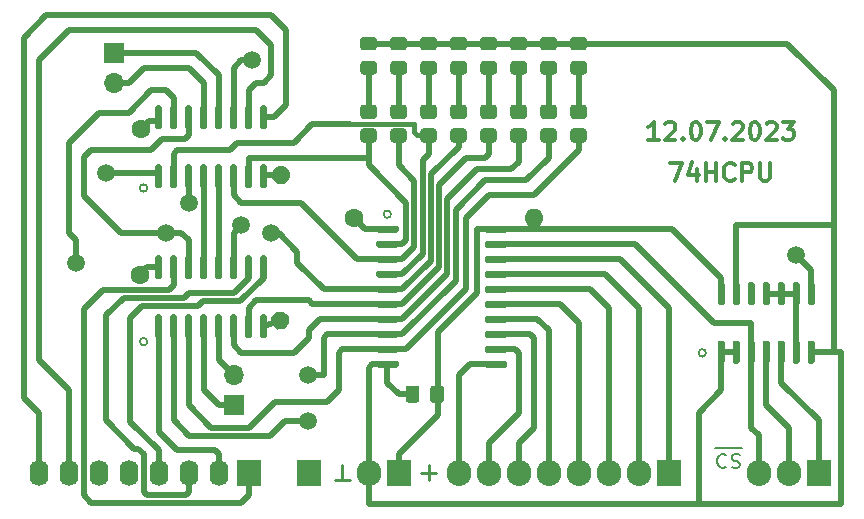
<source format=gbr>
G04 #@! TF.GenerationSoftware,KiCad,Pcbnew,(5.1.8)-1*
G04 #@! TF.CreationDate,2023-07-12T23:01:09+03:00*
G04 #@! TF.ProjectId,Reg,5265672e-6b69-4636-9164-5f7063625858,rev?*
G04 #@! TF.SameCoordinates,Original*
G04 #@! TF.FileFunction,Copper,L1,Top*
G04 #@! TF.FilePolarity,Positive*
%FSLAX46Y46*%
G04 Gerber Fmt 4.6, Leading zero omitted, Abs format (unit mm)*
G04 Created by KiCad (PCBNEW (5.1.8)-1) date 2023-07-12 23:01:09*
%MOMM*%
%LPD*%
G01*
G04 APERTURE LIST*
G04 #@! TA.AperFunction,NonConductor*
%ADD10C,0.200000*%
G04 #@! TD*
G04 #@! TA.AperFunction,NonConductor*
%ADD11C,0.300000*%
G04 #@! TD*
G04 #@! TA.AperFunction,ComponentPad*
%ADD12O,1.600000X1.600000*%
G04 #@! TD*
G04 #@! TA.AperFunction,ComponentPad*
%ADD13C,1.600000*%
G04 #@! TD*
G04 #@! TA.AperFunction,ComponentPad*
%ADD14R,2.100000X2.200000*%
G04 #@! TD*
G04 #@! TA.AperFunction,ComponentPad*
%ADD15O,1.600000X2.200000*%
G04 #@! TD*
G04 #@! TA.AperFunction,ComponentPad*
%ADD16O,2.100000X2.200000*%
G04 #@! TD*
G04 #@! TA.AperFunction,ComponentPad*
%ADD17O,1.700000X1.700000*%
G04 #@! TD*
G04 #@! TA.AperFunction,ComponentPad*
%ADD18R,1.700000X1.700000*%
G04 #@! TD*
G04 #@! TA.AperFunction,ViaPad*
%ADD19C,1.500000*%
G04 #@! TD*
G04 #@! TA.AperFunction,Conductor*
%ADD20C,0.250000*%
G04 #@! TD*
G04 #@! TA.AperFunction,Conductor*
%ADD21C,0.500000*%
G04 #@! TD*
G04 #@! TA.AperFunction,Conductor*
%ADD22C,0.400000*%
G04 #@! TD*
G04 APERTURE END LIST*
D10*
X62547500Y-42227500D02*
G75*
G03*
X62547500Y-42227500I-317500J0D01*
G01*
X110588571Y-51263500D02*
X111788571Y-51263500D01*
X111560000Y-52816071D02*
X111502857Y-52873214D01*
X111331428Y-52930357D01*
X111217142Y-52930357D01*
X111045714Y-52873214D01*
X110931428Y-52758928D01*
X110874285Y-52644642D01*
X110817142Y-52416071D01*
X110817142Y-52244642D01*
X110874285Y-52016071D01*
X110931428Y-51901785D01*
X111045714Y-51787500D01*
X111217142Y-51730357D01*
X111331428Y-51730357D01*
X111502857Y-51787500D01*
X111560000Y-51844642D01*
X111788571Y-51263500D02*
X112931428Y-51263500D01*
X112017142Y-52873214D02*
X112188571Y-52930357D01*
X112474285Y-52930357D01*
X112588571Y-52873214D01*
X112645714Y-52816071D01*
X112702857Y-52701785D01*
X112702857Y-52587500D01*
X112645714Y-52473214D01*
X112588571Y-52416071D01*
X112474285Y-52358928D01*
X112245714Y-52301785D01*
X112131428Y-52244642D01*
X112074285Y-52187500D01*
X112017142Y-52073214D01*
X112017142Y-51958928D01*
X112074285Y-51844642D01*
X112131428Y-51787500D01*
X112245714Y-51730357D01*
X112531428Y-51730357D01*
X112702857Y-51787500D01*
X83185000Y-31432500D02*
G75*
G03*
X83185000Y-31432500I-317500J0D01*
G01*
D11*
X105839285Y-25126071D02*
X104982142Y-25126071D01*
X105410714Y-25126071D02*
X105410714Y-23626071D01*
X105267857Y-23840357D01*
X105125000Y-23983214D01*
X104982142Y-24054642D01*
X106410714Y-23768928D02*
X106482142Y-23697500D01*
X106625000Y-23626071D01*
X106982142Y-23626071D01*
X107125000Y-23697500D01*
X107196428Y-23768928D01*
X107267857Y-23911785D01*
X107267857Y-24054642D01*
X107196428Y-24268928D01*
X106339285Y-25126071D01*
X107267857Y-25126071D01*
X107910714Y-24983214D02*
X107982142Y-25054642D01*
X107910714Y-25126071D01*
X107839285Y-25054642D01*
X107910714Y-24983214D01*
X107910714Y-25126071D01*
X108910714Y-23626071D02*
X109053571Y-23626071D01*
X109196428Y-23697500D01*
X109267857Y-23768928D01*
X109339285Y-23911785D01*
X109410714Y-24197500D01*
X109410714Y-24554642D01*
X109339285Y-24840357D01*
X109267857Y-24983214D01*
X109196428Y-25054642D01*
X109053571Y-25126071D01*
X108910714Y-25126071D01*
X108767857Y-25054642D01*
X108696428Y-24983214D01*
X108625000Y-24840357D01*
X108553571Y-24554642D01*
X108553571Y-24197500D01*
X108625000Y-23911785D01*
X108696428Y-23768928D01*
X108767857Y-23697500D01*
X108910714Y-23626071D01*
X109910714Y-23626071D02*
X110910714Y-23626071D01*
X110267857Y-25126071D01*
X111482142Y-24983214D02*
X111553571Y-25054642D01*
X111482142Y-25126071D01*
X111410714Y-25054642D01*
X111482142Y-24983214D01*
X111482142Y-25126071D01*
X112125000Y-23768928D02*
X112196428Y-23697500D01*
X112339285Y-23626071D01*
X112696428Y-23626071D01*
X112839285Y-23697500D01*
X112910714Y-23768928D01*
X112982142Y-23911785D01*
X112982142Y-24054642D01*
X112910714Y-24268928D01*
X112053571Y-25126071D01*
X112982142Y-25126071D01*
X113910714Y-23626071D02*
X114053571Y-23626071D01*
X114196428Y-23697500D01*
X114267857Y-23768928D01*
X114339285Y-23911785D01*
X114410714Y-24197500D01*
X114410714Y-24554642D01*
X114339285Y-24840357D01*
X114267857Y-24983214D01*
X114196428Y-25054642D01*
X114053571Y-25126071D01*
X113910714Y-25126071D01*
X113767857Y-25054642D01*
X113696428Y-24983214D01*
X113625000Y-24840357D01*
X113553571Y-24554642D01*
X113553571Y-24197500D01*
X113625000Y-23911785D01*
X113696428Y-23768928D01*
X113767857Y-23697500D01*
X113910714Y-23626071D01*
X114982142Y-23768928D02*
X115053571Y-23697500D01*
X115196428Y-23626071D01*
X115553571Y-23626071D01*
X115696428Y-23697500D01*
X115767857Y-23768928D01*
X115839285Y-23911785D01*
X115839285Y-24054642D01*
X115767857Y-24268928D01*
X114910714Y-25126071D01*
X115839285Y-25126071D01*
X116339285Y-23626071D02*
X117267857Y-23626071D01*
X116767857Y-24197500D01*
X116982142Y-24197500D01*
X117125000Y-24268928D01*
X117196428Y-24340357D01*
X117267857Y-24483214D01*
X117267857Y-24840357D01*
X117196428Y-24983214D01*
X117125000Y-25054642D01*
X116982142Y-25126071D01*
X116553571Y-25126071D01*
X116410714Y-25054642D01*
X116339285Y-24983214D01*
X106839285Y-27118571D02*
X107839285Y-27118571D01*
X107196428Y-28618571D01*
X109053571Y-27618571D02*
X109053571Y-28618571D01*
X108696428Y-27047142D02*
X108339285Y-28118571D01*
X109267857Y-28118571D01*
X109839285Y-28618571D02*
X109839285Y-27118571D01*
X109839285Y-27832857D02*
X110696428Y-27832857D01*
X110696428Y-28618571D02*
X110696428Y-27118571D01*
X112267857Y-28475714D02*
X112196428Y-28547142D01*
X111982142Y-28618571D01*
X111839285Y-28618571D01*
X111625000Y-28547142D01*
X111482142Y-28404285D01*
X111410714Y-28261428D01*
X111339285Y-27975714D01*
X111339285Y-27761428D01*
X111410714Y-27475714D01*
X111482142Y-27332857D01*
X111625000Y-27190000D01*
X111839285Y-27118571D01*
X111982142Y-27118571D01*
X112196428Y-27190000D01*
X112267857Y-27261428D01*
X112910714Y-28618571D02*
X112910714Y-27118571D01*
X113482142Y-27118571D01*
X113625000Y-27190000D01*
X113696428Y-27261428D01*
X113767857Y-27404285D01*
X113767857Y-27618571D01*
X113696428Y-27761428D01*
X113625000Y-27832857D01*
X113482142Y-27904285D01*
X112910714Y-27904285D01*
X114410714Y-27118571D02*
X114410714Y-28332857D01*
X114482142Y-28475714D01*
X114553571Y-28547142D01*
X114696428Y-28618571D01*
X114982142Y-28618571D01*
X115125000Y-28547142D01*
X115196428Y-28475714D01*
X115267857Y-28332857D01*
X115267857Y-27118571D01*
D10*
X109855000Y-43180000D02*
G75*
G03*
X109855000Y-43180000I-317500J0D01*
G01*
X62547500Y-29210000D02*
G75*
G03*
X62547500Y-29210000I-317500J0D01*
G01*
D12*
X95250000Y-31750000D03*
D13*
X80010000Y-31750000D03*
G04 #@! TA.AperFunction,ComponentPad*
G36*
G01*
X73039861Y-40191498D02*
X73039861Y-40191498D01*
G75*
G02*
X74047920Y-39677867I760845J-247214D01*
G01*
X74047920Y-39677867D01*
G75*
G02*
X74561551Y-40685926I-247214J-760845D01*
G01*
X74561551Y-40685926D01*
G75*
G02*
X73553492Y-41199557I-760845J247214D01*
G01*
X73553492Y-41199557D01*
G75*
G02*
X73039861Y-40191498I247214J760845D01*
G01*
G37*
G04 #@! TD.AperFunction*
X61912500Y-36576000D03*
G04 #@! TA.AperFunction,ComponentPad*
G36*
G01*
X73103361Y-27872498D02*
X73103361Y-27872498D01*
G75*
G02*
X74111420Y-27358867I760845J-247214D01*
G01*
X74111420Y-27358867D01*
G75*
G02*
X74625051Y-28366926I-247214J-760845D01*
G01*
X74625051Y-28366926D01*
G75*
G02*
X73616992Y-28880557I-760845J247214D01*
G01*
X73616992Y-28880557D01*
G75*
G02*
X73103361Y-27872498I247214J760845D01*
G01*
G37*
G04 #@! TD.AperFunction*
X61976000Y-24257000D03*
G04 #@! TA.AperFunction,SMDPad,CuDef*
G36*
G01*
X63650000Y-24217500D02*
X63350000Y-24217500D01*
G75*
G02*
X63200000Y-24067500I0J150000D01*
G01*
X63200000Y-22367500D01*
G75*
G02*
X63350000Y-22217500I150000J0D01*
G01*
X63650000Y-22217500D01*
G75*
G02*
X63800000Y-22367500I0J-150000D01*
G01*
X63800000Y-24067500D01*
G75*
G02*
X63650000Y-24217500I-150000J0D01*
G01*
G37*
G04 #@! TD.AperFunction*
G04 #@! TA.AperFunction,SMDPad,CuDef*
G36*
G01*
X64920000Y-24217500D02*
X64620000Y-24217500D01*
G75*
G02*
X64470000Y-24067500I0J150000D01*
G01*
X64470000Y-22367500D01*
G75*
G02*
X64620000Y-22217500I150000J0D01*
G01*
X64920000Y-22217500D01*
G75*
G02*
X65070000Y-22367500I0J-150000D01*
G01*
X65070000Y-24067500D01*
G75*
G02*
X64920000Y-24217500I-150000J0D01*
G01*
G37*
G04 #@! TD.AperFunction*
G04 #@! TA.AperFunction,SMDPad,CuDef*
G36*
G01*
X66190000Y-24217500D02*
X65890000Y-24217500D01*
G75*
G02*
X65740000Y-24067500I0J150000D01*
G01*
X65740000Y-22367500D01*
G75*
G02*
X65890000Y-22217500I150000J0D01*
G01*
X66190000Y-22217500D01*
G75*
G02*
X66340000Y-22367500I0J-150000D01*
G01*
X66340000Y-24067500D01*
G75*
G02*
X66190000Y-24217500I-150000J0D01*
G01*
G37*
G04 #@! TD.AperFunction*
G04 #@! TA.AperFunction,SMDPad,CuDef*
G36*
G01*
X67460000Y-24217500D02*
X67160000Y-24217500D01*
G75*
G02*
X67010000Y-24067500I0J150000D01*
G01*
X67010000Y-22367500D01*
G75*
G02*
X67160000Y-22217500I150000J0D01*
G01*
X67460000Y-22217500D01*
G75*
G02*
X67610000Y-22367500I0J-150000D01*
G01*
X67610000Y-24067500D01*
G75*
G02*
X67460000Y-24217500I-150000J0D01*
G01*
G37*
G04 #@! TD.AperFunction*
G04 #@! TA.AperFunction,SMDPad,CuDef*
G36*
G01*
X68730000Y-24217500D02*
X68430000Y-24217500D01*
G75*
G02*
X68280000Y-24067500I0J150000D01*
G01*
X68280000Y-22367500D01*
G75*
G02*
X68430000Y-22217500I150000J0D01*
G01*
X68730000Y-22217500D01*
G75*
G02*
X68880000Y-22367500I0J-150000D01*
G01*
X68880000Y-24067500D01*
G75*
G02*
X68730000Y-24217500I-150000J0D01*
G01*
G37*
G04 #@! TD.AperFunction*
G04 #@! TA.AperFunction,SMDPad,CuDef*
G36*
G01*
X70000000Y-24217500D02*
X69700000Y-24217500D01*
G75*
G02*
X69550000Y-24067500I0J150000D01*
G01*
X69550000Y-22367500D01*
G75*
G02*
X69700000Y-22217500I150000J0D01*
G01*
X70000000Y-22217500D01*
G75*
G02*
X70150000Y-22367500I0J-150000D01*
G01*
X70150000Y-24067500D01*
G75*
G02*
X70000000Y-24217500I-150000J0D01*
G01*
G37*
G04 #@! TD.AperFunction*
G04 #@! TA.AperFunction,SMDPad,CuDef*
G36*
G01*
X71270000Y-24217500D02*
X70970000Y-24217500D01*
G75*
G02*
X70820000Y-24067500I0J150000D01*
G01*
X70820000Y-22367500D01*
G75*
G02*
X70970000Y-22217500I150000J0D01*
G01*
X71270000Y-22217500D01*
G75*
G02*
X71420000Y-22367500I0J-150000D01*
G01*
X71420000Y-24067500D01*
G75*
G02*
X71270000Y-24217500I-150000J0D01*
G01*
G37*
G04 #@! TD.AperFunction*
G04 #@! TA.AperFunction,SMDPad,CuDef*
G36*
G01*
X72540000Y-24217500D02*
X72240000Y-24217500D01*
G75*
G02*
X72090000Y-24067500I0J150000D01*
G01*
X72090000Y-22367500D01*
G75*
G02*
X72240000Y-22217500I150000J0D01*
G01*
X72540000Y-22217500D01*
G75*
G02*
X72690000Y-22367500I0J-150000D01*
G01*
X72690000Y-24067500D01*
G75*
G02*
X72540000Y-24217500I-150000J0D01*
G01*
G37*
G04 #@! TD.AperFunction*
G04 #@! TA.AperFunction,SMDPad,CuDef*
G36*
G01*
X72540000Y-29217500D02*
X72240000Y-29217500D01*
G75*
G02*
X72090000Y-29067500I0J150000D01*
G01*
X72090000Y-27367500D01*
G75*
G02*
X72240000Y-27217500I150000J0D01*
G01*
X72540000Y-27217500D01*
G75*
G02*
X72690000Y-27367500I0J-150000D01*
G01*
X72690000Y-29067500D01*
G75*
G02*
X72540000Y-29217500I-150000J0D01*
G01*
G37*
G04 #@! TD.AperFunction*
G04 #@! TA.AperFunction,SMDPad,CuDef*
G36*
G01*
X71270000Y-29217500D02*
X70970000Y-29217500D01*
G75*
G02*
X70820000Y-29067500I0J150000D01*
G01*
X70820000Y-27367500D01*
G75*
G02*
X70970000Y-27217500I150000J0D01*
G01*
X71270000Y-27217500D01*
G75*
G02*
X71420000Y-27367500I0J-150000D01*
G01*
X71420000Y-29067500D01*
G75*
G02*
X71270000Y-29217500I-150000J0D01*
G01*
G37*
G04 #@! TD.AperFunction*
G04 #@! TA.AperFunction,SMDPad,CuDef*
G36*
G01*
X70000000Y-29217500D02*
X69700000Y-29217500D01*
G75*
G02*
X69550000Y-29067500I0J150000D01*
G01*
X69550000Y-27367500D01*
G75*
G02*
X69700000Y-27217500I150000J0D01*
G01*
X70000000Y-27217500D01*
G75*
G02*
X70150000Y-27367500I0J-150000D01*
G01*
X70150000Y-29067500D01*
G75*
G02*
X70000000Y-29217500I-150000J0D01*
G01*
G37*
G04 #@! TD.AperFunction*
G04 #@! TA.AperFunction,SMDPad,CuDef*
G36*
G01*
X68730000Y-29217500D02*
X68430000Y-29217500D01*
G75*
G02*
X68280000Y-29067500I0J150000D01*
G01*
X68280000Y-27367500D01*
G75*
G02*
X68430000Y-27217500I150000J0D01*
G01*
X68730000Y-27217500D01*
G75*
G02*
X68880000Y-27367500I0J-150000D01*
G01*
X68880000Y-29067500D01*
G75*
G02*
X68730000Y-29217500I-150000J0D01*
G01*
G37*
G04 #@! TD.AperFunction*
G04 #@! TA.AperFunction,SMDPad,CuDef*
G36*
G01*
X67460000Y-29217500D02*
X67160000Y-29217500D01*
G75*
G02*
X67010000Y-29067500I0J150000D01*
G01*
X67010000Y-27367500D01*
G75*
G02*
X67160000Y-27217500I150000J0D01*
G01*
X67460000Y-27217500D01*
G75*
G02*
X67610000Y-27367500I0J-150000D01*
G01*
X67610000Y-29067500D01*
G75*
G02*
X67460000Y-29217500I-150000J0D01*
G01*
G37*
G04 #@! TD.AperFunction*
G04 #@! TA.AperFunction,SMDPad,CuDef*
G36*
G01*
X66190000Y-29217500D02*
X65890000Y-29217500D01*
G75*
G02*
X65740000Y-29067500I0J150000D01*
G01*
X65740000Y-27367500D01*
G75*
G02*
X65890000Y-27217500I150000J0D01*
G01*
X66190000Y-27217500D01*
G75*
G02*
X66340000Y-27367500I0J-150000D01*
G01*
X66340000Y-29067500D01*
G75*
G02*
X66190000Y-29217500I-150000J0D01*
G01*
G37*
G04 #@! TD.AperFunction*
G04 #@! TA.AperFunction,SMDPad,CuDef*
G36*
G01*
X64920000Y-29217500D02*
X64620000Y-29217500D01*
G75*
G02*
X64470000Y-29067500I0J150000D01*
G01*
X64470000Y-27367500D01*
G75*
G02*
X64620000Y-27217500I150000J0D01*
G01*
X64920000Y-27217500D01*
G75*
G02*
X65070000Y-27367500I0J-150000D01*
G01*
X65070000Y-29067500D01*
G75*
G02*
X64920000Y-29217500I-150000J0D01*
G01*
G37*
G04 #@! TD.AperFunction*
G04 #@! TA.AperFunction,SMDPad,CuDef*
G36*
G01*
X63650000Y-29217500D02*
X63350000Y-29217500D01*
G75*
G02*
X63200000Y-29067500I0J150000D01*
G01*
X63200000Y-27367500D01*
G75*
G02*
X63350000Y-27217500I150000J0D01*
G01*
X63650000Y-27217500D01*
G75*
G02*
X63800000Y-27367500I0J-150000D01*
G01*
X63800000Y-29067500D01*
G75*
G02*
X63650000Y-29217500I-150000J0D01*
G01*
G37*
G04 #@! TD.AperFunction*
G04 #@! TA.AperFunction,SMDPad,CuDef*
G36*
G01*
X63650000Y-36917500D02*
X63350000Y-36917500D01*
G75*
G02*
X63200000Y-36767500I0J150000D01*
G01*
X63200000Y-35067500D01*
G75*
G02*
X63350000Y-34917500I150000J0D01*
G01*
X63650000Y-34917500D01*
G75*
G02*
X63800000Y-35067500I0J-150000D01*
G01*
X63800000Y-36767500D01*
G75*
G02*
X63650000Y-36917500I-150000J0D01*
G01*
G37*
G04 #@! TD.AperFunction*
G04 #@! TA.AperFunction,SMDPad,CuDef*
G36*
G01*
X64920000Y-36917500D02*
X64620000Y-36917500D01*
G75*
G02*
X64470000Y-36767500I0J150000D01*
G01*
X64470000Y-35067500D01*
G75*
G02*
X64620000Y-34917500I150000J0D01*
G01*
X64920000Y-34917500D01*
G75*
G02*
X65070000Y-35067500I0J-150000D01*
G01*
X65070000Y-36767500D01*
G75*
G02*
X64920000Y-36917500I-150000J0D01*
G01*
G37*
G04 #@! TD.AperFunction*
G04 #@! TA.AperFunction,SMDPad,CuDef*
G36*
G01*
X66190000Y-36917500D02*
X65890000Y-36917500D01*
G75*
G02*
X65740000Y-36767500I0J150000D01*
G01*
X65740000Y-35067500D01*
G75*
G02*
X65890000Y-34917500I150000J0D01*
G01*
X66190000Y-34917500D01*
G75*
G02*
X66340000Y-35067500I0J-150000D01*
G01*
X66340000Y-36767500D01*
G75*
G02*
X66190000Y-36917500I-150000J0D01*
G01*
G37*
G04 #@! TD.AperFunction*
G04 #@! TA.AperFunction,SMDPad,CuDef*
G36*
G01*
X67460000Y-36917500D02*
X67160000Y-36917500D01*
G75*
G02*
X67010000Y-36767500I0J150000D01*
G01*
X67010000Y-35067500D01*
G75*
G02*
X67160000Y-34917500I150000J0D01*
G01*
X67460000Y-34917500D01*
G75*
G02*
X67610000Y-35067500I0J-150000D01*
G01*
X67610000Y-36767500D01*
G75*
G02*
X67460000Y-36917500I-150000J0D01*
G01*
G37*
G04 #@! TD.AperFunction*
G04 #@! TA.AperFunction,SMDPad,CuDef*
G36*
G01*
X68730000Y-36917500D02*
X68430000Y-36917500D01*
G75*
G02*
X68280000Y-36767500I0J150000D01*
G01*
X68280000Y-35067500D01*
G75*
G02*
X68430000Y-34917500I150000J0D01*
G01*
X68730000Y-34917500D01*
G75*
G02*
X68880000Y-35067500I0J-150000D01*
G01*
X68880000Y-36767500D01*
G75*
G02*
X68730000Y-36917500I-150000J0D01*
G01*
G37*
G04 #@! TD.AperFunction*
G04 #@! TA.AperFunction,SMDPad,CuDef*
G36*
G01*
X70000000Y-36917500D02*
X69700000Y-36917500D01*
G75*
G02*
X69550000Y-36767500I0J150000D01*
G01*
X69550000Y-35067500D01*
G75*
G02*
X69700000Y-34917500I150000J0D01*
G01*
X70000000Y-34917500D01*
G75*
G02*
X70150000Y-35067500I0J-150000D01*
G01*
X70150000Y-36767500D01*
G75*
G02*
X70000000Y-36917500I-150000J0D01*
G01*
G37*
G04 #@! TD.AperFunction*
G04 #@! TA.AperFunction,SMDPad,CuDef*
G36*
G01*
X71270000Y-36917500D02*
X70970000Y-36917500D01*
G75*
G02*
X70820000Y-36767500I0J150000D01*
G01*
X70820000Y-35067500D01*
G75*
G02*
X70970000Y-34917500I150000J0D01*
G01*
X71270000Y-34917500D01*
G75*
G02*
X71420000Y-35067500I0J-150000D01*
G01*
X71420000Y-36767500D01*
G75*
G02*
X71270000Y-36917500I-150000J0D01*
G01*
G37*
G04 #@! TD.AperFunction*
G04 #@! TA.AperFunction,SMDPad,CuDef*
G36*
G01*
X72540000Y-36917500D02*
X72240000Y-36917500D01*
G75*
G02*
X72090000Y-36767500I0J150000D01*
G01*
X72090000Y-35067500D01*
G75*
G02*
X72240000Y-34917500I150000J0D01*
G01*
X72540000Y-34917500D01*
G75*
G02*
X72690000Y-35067500I0J-150000D01*
G01*
X72690000Y-36767500D01*
G75*
G02*
X72540000Y-36917500I-150000J0D01*
G01*
G37*
G04 #@! TD.AperFunction*
G04 #@! TA.AperFunction,SMDPad,CuDef*
G36*
G01*
X72540000Y-41917500D02*
X72240000Y-41917500D01*
G75*
G02*
X72090000Y-41767500I0J150000D01*
G01*
X72090000Y-40067500D01*
G75*
G02*
X72240000Y-39917500I150000J0D01*
G01*
X72540000Y-39917500D01*
G75*
G02*
X72690000Y-40067500I0J-150000D01*
G01*
X72690000Y-41767500D01*
G75*
G02*
X72540000Y-41917500I-150000J0D01*
G01*
G37*
G04 #@! TD.AperFunction*
G04 #@! TA.AperFunction,SMDPad,CuDef*
G36*
G01*
X71270000Y-41917500D02*
X70970000Y-41917500D01*
G75*
G02*
X70820000Y-41767500I0J150000D01*
G01*
X70820000Y-40067500D01*
G75*
G02*
X70970000Y-39917500I150000J0D01*
G01*
X71270000Y-39917500D01*
G75*
G02*
X71420000Y-40067500I0J-150000D01*
G01*
X71420000Y-41767500D01*
G75*
G02*
X71270000Y-41917500I-150000J0D01*
G01*
G37*
G04 #@! TD.AperFunction*
G04 #@! TA.AperFunction,SMDPad,CuDef*
G36*
G01*
X70000000Y-41917500D02*
X69700000Y-41917500D01*
G75*
G02*
X69550000Y-41767500I0J150000D01*
G01*
X69550000Y-40067500D01*
G75*
G02*
X69700000Y-39917500I150000J0D01*
G01*
X70000000Y-39917500D01*
G75*
G02*
X70150000Y-40067500I0J-150000D01*
G01*
X70150000Y-41767500D01*
G75*
G02*
X70000000Y-41917500I-150000J0D01*
G01*
G37*
G04 #@! TD.AperFunction*
G04 #@! TA.AperFunction,SMDPad,CuDef*
G36*
G01*
X68730000Y-41917500D02*
X68430000Y-41917500D01*
G75*
G02*
X68280000Y-41767500I0J150000D01*
G01*
X68280000Y-40067500D01*
G75*
G02*
X68430000Y-39917500I150000J0D01*
G01*
X68730000Y-39917500D01*
G75*
G02*
X68880000Y-40067500I0J-150000D01*
G01*
X68880000Y-41767500D01*
G75*
G02*
X68730000Y-41917500I-150000J0D01*
G01*
G37*
G04 #@! TD.AperFunction*
G04 #@! TA.AperFunction,SMDPad,CuDef*
G36*
G01*
X67460000Y-41917500D02*
X67160000Y-41917500D01*
G75*
G02*
X67010000Y-41767500I0J150000D01*
G01*
X67010000Y-40067500D01*
G75*
G02*
X67160000Y-39917500I150000J0D01*
G01*
X67460000Y-39917500D01*
G75*
G02*
X67610000Y-40067500I0J-150000D01*
G01*
X67610000Y-41767500D01*
G75*
G02*
X67460000Y-41917500I-150000J0D01*
G01*
G37*
G04 #@! TD.AperFunction*
G04 #@! TA.AperFunction,SMDPad,CuDef*
G36*
G01*
X66190000Y-41917500D02*
X65890000Y-41917500D01*
G75*
G02*
X65740000Y-41767500I0J150000D01*
G01*
X65740000Y-40067500D01*
G75*
G02*
X65890000Y-39917500I150000J0D01*
G01*
X66190000Y-39917500D01*
G75*
G02*
X66340000Y-40067500I0J-150000D01*
G01*
X66340000Y-41767500D01*
G75*
G02*
X66190000Y-41917500I-150000J0D01*
G01*
G37*
G04 #@! TD.AperFunction*
G04 #@! TA.AperFunction,SMDPad,CuDef*
G36*
G01*
X64920000Y-41917500D02*
X64620000Y-41917500D01*
G75*
G02*
X64470000Y-41767500I0J150000D01*
G01*
X64470000Y-40067500D01*
G75*
G02*
X64620000Y-39917500I150000J0D01*
G01*
X64920000Y-39917500D01*
G75*
G02*
X65070000Y-40067500I0J-150000D01*
G01*
X65070000Y-41767500D01*
G75*
G02*
X64920000Y-41917500I-150000J0D01*
G01*
G37*
G04 #@! TD.AperFunction*
G04 #@! TA.AperFunction,SMDPad,CuDef*
G36*
G01*
X63650000Y-41917500D02*
X63350000Y-41917500D01*
G75*
G02*
X63200000Y-41767500I0J150000D01*
G01*
X63200000Y-40067500D01*
G75*
G02*
X63350000Y-39917500I150000J0D01*
G01*
X63650000Y-39917500D01*
G75*
G02*
X63800000Y-40067500I0J-150000D01*
G01*
X63800000Y-41767500D01*
G75*
G02*
X63650000Y-41917500I-150000J0D01*
G01*
G37*
G04 #@! TD.AperFunction*
G04 #@! TA.AperFunction,SMDPad,CuDef*
G36*
G01*
X85592500Y-46197500D02*
X85592500Y-47147500D01*
G75*
G02*
X85342500Y-47397500I-250000J0D01*
G01*
X84667500Y-47397500D01*
G75*
G02*
X84417500Y-47147500I0J250000D01*
G01*
X84417500Y-46197500D01*
G75*
G02*
X84667500Y-45947500I250000J0D01*
G01*
X85342500Y-45947500D01*
G75*
G02*
X85592500Y-46197500I0J-250000D01*
G01*
G37*
G04 #@! TD.AperFunction*
G04 #@! TA.AperFunction,SMDPad,CuDef*
G36*
G01*
X87667500Y-46197500D02*
X87667500Y-47147500D01*
G75*
G02*
X87417500Y-47397500I-250000J0D01*
G01*
X86742500Y-47397500D01*
G75*
G02*
X86492500Y-47147500I0J250000D01*
G01*
X86492500Y-46197500D01*
G75*
G02*
X86742500Y-45947500I250000J0D01*
G01*
X87417500Y-45947500D01*
G75*
G02*
X87667500Y-46197500I0J-250000D01*
G01*
G37*
G04 #@! TD.AperFunction*
G04 #@! TA.AperFunction,SMDPad,CuDef*
G36*
G01*
X99510001Y-23365000D02*
X98609999Y-23365000D01*
G75*
G02*
X98360000Y-23115001I0J249999D01*
G01*
X98360000Y-22414999D01*
G75*
G02*
X98609999Y-22165000I249999J0D01*
G01*
X99510001Y-22165000D01*
G75*
G02*
X99760000Y-22414999I0J-249999D01*
G01*
X99760000Y-23115001D01*
G75*
G02*
X99510001Y-23365000I-249999J0D01*
G01*
G37*
G04 #@! TD.AperFunction*
G04 #@! TA.AperFunction,SMDPad,CuDef*
G36*
G01*
X99510001Y-25365000D02*
X98609999Y-25365000D01*
G75*
G02*
X98360000Y-25115001I0J249999D01*
G01*
X98360000Y-24414999D01*
G75*
G02*
X98609999Y-24165000I249999J0D01*
G01*
X99510001Y-24165000D01*
G75*
G02*
X99760000Y-24414999I0J-249999D01*
G01*
X99760000Y-25115001D01*
G75*
G02*
X99510001Y-25365000I-249999J0D01*
G01*
G37*
G04 #@! TD.AperFunction*
G04 #@! TA.AperFunction,SMDPad,CuDef*
G36*
G01*
X96970001Y-23365000D02*
X96069999Y-23365000D01*
G75*
G02*
X95820000Y-23115001I0J249999D01*
G01*
X95820000Y-22414999D01*
G75*
G02*
X96069999Y-22165000I249999J0D01*
G01*
X96970001Y-22165000D01*
G75*
G02*
X97220000Y-22414999I0J-249999D01*
G01*
X97220000Y-23115001D01*
G75*
G02*
X96970001Y-23365000I-249999J0D01*
G01*
G37*
G04 #@! TD.AperFunction*
G04 #@! TA.AperFunction,SMDPad,CuDef*
G36*
G01*
X96970001Y-25365000D02*
X96069999Y-25365000D01*
G75*
G02*
X95820000Y-25115001I0J249999D01*
G01*
X95820000Y-24414999D01*
G75*
G02*
X96069999Y-24165000I249999J0D01*
G01*
X96970001Y-24165000D01*
G75*
G02*
X97220000Y-24414999I0J-249999D01*
G01*
X97220000Y-25115001D01*
G75*
G02*
X96970001Y-25365000I-249999J0D01*
G01*
G37*
G04 #@! TD.AperFunction*
G04 #@! TA.AperFunction,SMDPad,CuDef*
G36*
G01*
X94430001Y-23365000D02*
X93529999Y-23365000D01*
G75*
G02*
X93280000Y-23115001I0J249999D01*
G01*
X93280000Y-22414999D01*
G75*
G02*
X93529999Y-22165000I249999J0D01*
G01*
X94430001Y-22165000D01*
G75*
G02*
X94680000Y-22414999I0J-249999D01*
G01*
X94680000Y-23115001D01*
G75*
G02*
X94430001Y-23365000I-249999J0D01*
G01*
G37*
G04 #@! TD.AperFunction*
G04 #@! TA.AperFunction,SMDPad,CuDef*
G36*
G01*
X94430001Y-25365000D02*
X93529999Y-25365000D01*
G75*
G02*
X93280000Y-25115001I0J249999D01*
G01*
X93280000Y-24414999D01*
G75*
G02*
X93529999Y-24165000I249999J0D01*
G01*
X94430001Y-24165000D01*
G75*
G02*
X94680000Y-24414999I0J-249999D01*
G01*
X94680000Y-25115001D01*
G75*
G02*
X94430001Y-25365000I-249999J0D01*
G01*
G37*
G04 #@! TD.AperFunction*
G04 #@! TA.AperFunction,SMDPad,CuDef*
G36*
G01*
X91890001Y-23365000D02*
X90989999Y-23365000D01*
G75*
G02*
X90740000Y-23115001I0J249999D01*
G01*
X90740000Y-22414999D01*
G75*
G02*
X90989999Y-22165000I249999J0D01*
G01*
X91890001Y-22165000D01*
G75*
G02*
X92140000Y-22414999I0J-249999D01*
G01*
X92140000Y-23115001D01*
G75*
G02*
X91890001Y-23365000I-249999J0D01*
G01*
G37*
G04 #@! TD.AperFunction*
G04 #@! TA.AperFunction,SMDPad,CuDef*
G36*
G01*
X91890001Y-25365000D02*
X90989999Y-25365000D01*
G75*
G02*
X90740000Y-25115001I0J249999D01*
G01*
X90740000Y-24414999D01*
G75*
G02*
X90989999Y-24165000I249999J0D01*
G01*
X91890001Y-24165000D01*
G75*
G02*
X92140000Y-24414999I0J-249999D01*
G01*
X92140000Y-25115001D01*
G75*
G02*
X91890001Y-25365000I-249999J0D01*
G01*
G37*
G04 #@! TD.AperFunction*
G04 #@! TA.AperFunction,SMDPad,CuDef*
G36*
G01*
X89350001Y-23365000D02*
X88449999Y-23365000D01*
G75*
G02*
X88200000Y-23115001I0J249999D01*
G01*
X88200000Y-22414999D01*
G75*
G02*
X88449999Y-22165000I249999J0D01*
G01*
X89350001Y-22165000D01*
G75*
G02*
X89600000Y-22414999I0J-249999D01*
G01*
X89600000Y-23115001D01*
G75*
G02*
X89350001Y-23365000I-249999J0D01*
G01*
G37*
G04 #@! TD.AperFunction*
G04 #@! TA.AperFunction,SMDPad,CuDef*
G36*
G01*
X89350001Y-25365000D02*
X88449999Y-25365000D01*
G75*
G02*
X88200000Y-25115001I0J249999D01*
G01*
X88200000Y-24414999D01*
G75*
G02*
X88449999Y-24165000I249999J0D01*
G01*
X89350001Y-24165000D01*
G75*
G02*
X89600000Y-24414999I0J-249999D01*
G01*
X89600000Y-25115001D01*
G75*
G02*
X89350001Y-25365000I-249999J0D01*
G01*
G37*
G04 #@! TD.AperFunction*
G04 #@! TA.AperFunction,SMDPad,CuDef*
G36*
G01*
X86810001Y-23365000D02*
X85909999Y-23365000D01*
G75*
G02*
X85660000Y-23115001I0J249999D01*
G01*
X85660000Y-22414999D01*
G75*
G02*
X85909999Y-22165000I249999J0D01*
G01*
X86810001Y-22165000D01*
G75*
G02*
X87060000Y-22414999I0J-249999D01*
G01*
X87060000Y-23115001D01*
G75*
G02*
X86810001Y-23365000I-249999J0D01*
G01*
G37*
G04 #@! TD.AperFunction*
G04 #@! TA.AperFunction,SMDPad,CuDef*
G36*
G01*
X86810001Y-25365000D02*
X85909999Y-25365000D01*
G75*
G02*
X85660000Y-25115001I0J249999D01*
G01*
X85660000Y-24414999D01*
G75*
G02*
X85909999Y-24165000I249999J0D01*
G01*
X86810001Y-24165000D01*
G75*
G02*
X87060000Y-24414999I0J-249999D01*
G01*
X87060000Y-25115001D01*
G75*
G02*
X86810001Y-25365000I-249999J0D01*
G01*
G37*
G04 #@! TD.AperFunction*
G04 #@! TA.AperFunction,SMDPad,CuDef*
G36*
G01*
X84270001Y-23365000D02*
X83369999Y-23365000D01*
G75*
G02*
X83120000Y-23115001I0J249999D01*
G01*
X83120000Y-22414999D01*
G75*
G02*
X83369999Y-22165000I249999J0D01*
G01*
X84270001Y-22165000D01*
G75*
G02*
X84520000Y-22414999I0J-249999D01*
G01*
X84520000Y-23115001D01*
G75*
G02*
X84270001Y-23365000I-249999J0D01*
G01*
G37*
G04 #@! TD.AperFunction*
G04 #@! TA.AperFunction,SMDPad,CuDef*
G36*
G01*
X84270001Y-25365000D02*
X83369999Y-25365000D01*
G75*
G02*
X83120000Y-25115001I0J249999D01*
G01*
X83120000Y-24414999D01*
G75*
G02*
X83369999Y-24165000I249999J0D01*
G01*
X84270001Y-24165000D01*
G75*
G02*
X84520000Y-24414999I0J-249999D01*
G01*
X84520000Y-25115001D01*
G75*
G02*
X84270001Y-25365000I-249999J0D01*
G01*
G37*
G04 #@! TD.AperFunction*
G04 #@! TA.AperFunction,SMDPad,CuDef*
G36*
G01*
X81730001Y-23365000D02*
X80829999Y-23365000D01*
G75*
G02*
X80580000Y-23115001I0J249999D01*
G01*
X80580000Y-22414999D01*
G75*
G02*
X80829999Y-22165000I249999J0D01*
G01*
X81730001Y-22165000D01*
G75*
G02*
X81980000Y-22414999I0J-249999D01*
G01*
X81980000Y-23115001D01*
G75*
G02*
X81730001Y-23365000I-249999J0D01*
G01*
G37*
G04 #@! TD.AperFunction*
G04 #@! TA.AperFunction,SMDPad,CuDef*
G36*
G01*
X81730001Y-25365000D02*
X80829999Y-25365000D01*
G75*
G02*
X80580000Y-25115001I0J249999D01*
G01*
X80580000Y-24414999D01*
G75*
G02*
X80829999Y-24165000I249999J0D01*
G01*
X81730001Y-24165000D01*
G75*
G02*
X81980000Y-24414999I0J-249999D01*
G01*
X81980000Y-25115001D01*
G75*
G02*
X81730001Y-25365000I-249999J0D01*
G01*
G37*
G04 #@! TD.AperFunction*
G04 #@! TA.AperFunction,SMDPad,CuDef*
G36*
G01*
X98609999Y-18475000D02*
X99510001Y-18475000D01*
G75*
G02*
X99760000Y-18724999I0J-249999D01*
G01*
X99760000Y-19375001D01*
G75*
G02*
X99510001Y-19625000I-249999J0D01*
G01*
X98609999Y-19625000D01*
G75*
G02*
X98360000Y-19375001I0J249999D01*
G01*
X98360000Y-18724999D01*
G75*
G02*
X98609999Y-18475000I249999J0D01*
G01*
G37*
G04 #@! TD.AperFunction*
G04 #@! TA.AperFunction,SMDPad,CuDef*
G36*
G01*
X98609999Y-16425000D02*
X99510001Y-16425000D01*
G75*
G02*
X99760000Y-16674999I0J-249999D01*
G01*
X99760000Y-17325001D01*
G75*
G02*
X99510001Y-17575000I-249999J0D01*
G01*
X98609999Y-17575000D01*
G75*
G02*
X98360000Y-17325001I0J249999D01*
G01*
X98360000Y-16674999D01*
G75*
G02*
X98609999Y-16425000I249999J0D01*
G01*
G37*
G04 #@! TD.AperFunction*
G04 #@! TA.AperFunction,SMDPad,CuDef*
G36*
G01*
X96069999Y-18475000D02*
X96970001Y-18475000D01*
G75*
G02*
X97220000Y-18724999I0J-249999D01*
G01*
X97220000Y-19375001D01*
G75*
G02*
X96970001Y-19625000I-249999J0D01*
G01*
X96069999Y-19625000D01*
G75*
G02*
X95820000Y-19375001I0J249999D01*
G01*
X95820000Y-18724999D01*
G75*
G02*
X96069999Y-18475000I249999J0D01*
G01*
G37*
G04 #@! TD.AperFunction*
G04 #@! TA.AperFunction,SMDPad,CuDef*
G36*
G01*
X96069999Y-16425000D02*
X96970001Y-16425000D01*
G75*
G02*
X97220000Y-16674999I0J-249999D01*
G01*
X97220000Y-17325001D01*
G75*
G02*
X96970001Y-17575000I-249999J0D01*
G01*
X96069999Y-17575000D01*
G75*
G02*
X95820000Y-17325001I0J249999D01*
G01*
X95820000Y-16674999D01*
G75*
G02*
X96069999Y-16425000I249999J0D01*
G01*
G37*
G04 #@! TD.AperFunction*
G04 #@! TA.AperFunction,SMDPad,CuDef*
G36*
G01*
X93529999Y-18475000D02*
X94430001Y-18475000D01*
G75*
G02*
X94680000Y-18724999I0J-249999D01*
G01*
X94680000Y-19375001D01*
G75*
G02*
X94430001Y-19625000I-249999J0D01*
G01*
X93529999Y-19625000D01*
G75*
G02*
X93280000Y-19375001I0J249999D01*
G01*
X93280000Y-18724999D01*
G75*
G02*
X93529999Y-18475000I249999J0D01*
G01*
G37*
G04 #@! TD.AperFunction*
G04 #@! TA.AperFunction,SMDPad,CuDef*
G36*
G01*
X93529999Y-16425000D02*
X94430001Y-16425000D01*
G75*
G02*
X94680000Y-16674999I0J-249999D01*
G01*
X94680000Y-17325001D01*
G75*
G02*
X94430001Y-17575000I-249999J0D01*
G01*
X93529999Y-17575000D01*
G75*
G02*
X93280000Y-17325001I0J249999D01*
G01*
X93280000Y-16674999D01*
G75*
G02*
X93529999Y-16425000I249999J0D01*
G01*
G37*
G04 #@! TD.AperFunction*
G04 #@! TA.AperFunction,SMDPad,CuDef*
G36*
G01*
X90989999Y-18475000D02*
X91890001Y-18475000D01*
G75*
G02*
X92140000Y-18724999I0J-249999D01*
G01*
X92140000Y-19375001D01*
G75*
G02*
X91890001Y-19625000I-249999J0D01*
G01*
X90989999Y-19625000D01*
G75*
G02*
X90740000Y-19375001I0J249999D01*
G01*
X90740000Y-18724999D01*
G75*
G02*
X90989999Y-18475000I249999J0D01*
G01*
G37*
G04 #@! TD.AperFunction*
G04 #@! TA.AperFunction,SMDPad,CuDef*
G36*
G01*
X90989999Y-16425000D02*
X91890001Y-16425000D01*
G75*
G02*
X92140000Y-16674999I0J-249999D01*
G01*
X92140000Y-17325001D01*
G75*
G02*
X91890001Y-17575000I-249999J0D01*
G01*
X90989999Y-17575000D01*
G75*
G02*
X90740000Y-17325001I0J249999D01*
G01*
X90740000Y-16674999D01*
G75*
G02*
X90989999Y-16425000I249999J0D01*
G01*
G37*
G04 #@! TD.AperFunction*
G04 #@! TA.AperFunction,SMDPad,CuDef*
G36*
G01*
X88449999Y-18475000D02*
X89350001Y-18475000D01*
G75*
G02*
X89600000Y-18724999I0J-249999D01*
G01*
X89600000Y-19375001D01*
G75*
G02*
X89350001Y-19625000I-249999J0D01*
G01*
X88449999Y-19625000D01*
G75*
G02*
X88200000Y-19375001I0J249999D01*
G01*
X88200000Y-18724999D01*
G75*
G02*
X88449999Y-18475000I249999J0D01*
G01*
G37*
G04 #@! TD.AperFunction*
G04 #@! TA.AperFunction,SMDPad,CuDef*
G36*
G01*
X88449999Y-16425000D02*
X89350001Y-16425000D01*
G75*
G02*
X89600000Y-16674999I0J-249999D01*
G01*
X89600000Y-17325001D01*
G75*
G02*
X89350001Y-17575000I-249999J0D01*
G01*
X88449999Y-17575000D01*
G75*
G02*
X88200000Y-17325001I0J249999D01*
G01*
X88200000Y-16674999D01*
G75*
G02*
X88449999Y-16425000I249999J0D01*
G01*
G37*
G04 #@! TD.AperFunction*
G04 #@! TA.AperFunction,SMDPad,CuDef*
G36*
G01*
X85909999Y-18475000D02*
X86810001Y-18475000D01*
G75*
G02*
X87060000Y-18724999I0J-249999D01*
G01*
X87060000Y-19375001D01*
G75*
G02*
X86810001Y-19625000I-249999J0D01*
G01*
X85909999Y-19625000D01*
G75*
G02*
X85660000Y-19375001I0J249999D01*
G01*
X85660000Y-18724999D01*
G75*
G02*
X85909999Y-18475000I249999J0D01*
G01*
G37*
G04 #@! TD.AperFunction*
G04 #@! TA.AperFunction,SMDPad,CuDef*
G36*
G01*
X85909999Y-16425000D02*
X86810001Y-16425000D01*
G75*
G02*
X87060000Y-16674999I0J-249999D01*
G01*
X87060000Y-17325001D01*
G75*
G02*
X86810001Y-17575000I-249999J0D01*
G01*
X85909999Y-17575000D01*
G75*
G02*
X85660000Y-17325001I0J249999D01*
G01*
X85660000Y-16674999D01*
G75*
G02*
X85909999Y-16425000I249999J0D01*
G01*
G37*
G04 #@! TD.AperFunction*
G04 #@! TA.AperFunction,SMDPad,CuDef*
G36*
G01*
X83369999Y-18475000D02*
X84270001Y-18475000D01*
G75*
G02*
X84520000Y-18724999I0J-249999D01*
G01*
X84520000Y-19375001D01*
G75*
G02*
X84270001Y-19625000I-249999J0D01*
G01*
X83369999Y-19625000D01*
G75*
G02*
X83120000Y-19375001I0J249999D01*
G01*
X83120000Y-18724999D01*
G75*
G02*
X83369999Y-18475000I249999J0D01*
G01*
G37*
G04 #@! TD.AperFunction*
G04 #@! TA.AperFunction,SMDPad,CuDef*
G36*
G01*
X83369999Y-16425000D02*
X84270001Y-16425000D01*
G75*
G02*
X84520000Y-16674999I0J-249999D01*
G01*
X84520000Y-17325001D01*
G75*
G02*
X84270001Y-17575000I-249999J0D01*
G01*
X83369999Y-17575000D01*
G75*
G02*
X83120000Y-17325001I0J249999D01*
G01*
X83120000Y-16674999D01*
G75*
G02*
X83369999Y-16425000I249999J0D01*
G01*
G37*
G04 #@! TD.AperFunction*
G04 #@! TA.AperFunction,SMDPad,CuDef*
G36*
G01*
X80829999Y-18475000D02*
X81730001Y-18475000D01*
G75*
G02*
X81980000Y-18724999I0J-249999D01*
G01*
X81980000Y-19375001D01*
G75*
G02*
X81730001Y-19625000I-249999J0D01*
G01*
X80829999Y-19625000D01*
G75*
G02*
X80580000Y-19375001I0J249999D01*
G01*
X80580000Y-18724999D01*
G75*
G02*
X80829999Y-18475000I249999J0D01*
G01*
G37*
G04 #@! TD.AperFunction*
G04 #@! TA.AperFunction,SMDPad,CuDef*
G36*
G01*
X80829999Y-16425000D02*
X81730001Y-16425000D01*
G75*
G02*
X81980000Y-16674999I0J-249999D01*
G01*
X81980000Y-17325001D01*
G75*
G02*
X81730001Y-17575000I-249999J0D01*
G01*
X80829999Y-17575000D01*
G75*
G02*
X80580000Y-17325001I0J249999D01*
G01*
X80580000Y-16674999D01*
G75*
G02*
X80829999Y-16425000I249999J0D01*
G01*
G37*
G04 #@! TD.AperFunction*
D14*
X71120000Y-53340000D03*
D15*
X68580000Y-53340000D03*
X66040000Y-53340000D03*
X63500000Y-53340000D03*
X60960000Y-53340000D03*
X58420000Y-53340000D03*
X55880000Y-53340000D03*
X53340000Y-53340000D03*
D16*
X88900000Y-53340000D03*
X91440000Y-53340000D03*
X93980000Y-53340000D03*
X96520000Y-53340000D03*
X99060000Y-53340000D03*
X101600000Y-53340000D03*
X104140000Y-53340000D03*
D14*
X106680000Y-53340000D03*
X83820000Y-53340000D03*
D16*
X81280000Y-53340000D03*
G04 #@! TA.AperFunction,SMDPad,CuDef*
G36*
G01*
X111275000Y-44090000D02*
X110975000Y-44090000D01*
G75*
G02*
X110825000Y-43940000I0J150000D01*
G01*
X110825000Y-42290000D01*
G75*
G02*
X110975000Y-42140000I150000J0D01*
G01*
X111275000Y-42140000D01*
G75*
G02*
X111425000Y-42290000I0J-150000D01*
G01*
X111425000Y-43940000D01*
G75*
G02*
X111275000Y-44090000I-150000J0D01*
G01*
G37*
G04 #@! TD.AperFunction*
G04 #@! TA.AperFunction,SMDPad,CuDef*
G36*
G01*
X112545000Y-44090000D02*
X112245000Y-44090000D01*
G75*
G02*
X112095000Y-43940000I0J150000D01*
G01*
X112095000Y-42290000D01*
G75*
G02*
X112245000Y-42140000I150000J0D01*
G01*
X112545000Y-42140000D01*
G75*
G02*
X112695000Y-42290000I0J-150000D01*
G01*
X112695000Y-43940000D01*
G75*
G02*
X112545000Y-44090000I-150000J0D01*
G01*
G37*
G04 #@! TD.AperFunction*
G04 #@! TA.AperFunction,SMDPad,CuDef*
G36*
G01*
X113815000Y-44090000D02*
X113515000Y-44090000D01*
G75*
G02*
X113365000Y-43940000I0J150000D01*
G01*
X113365000Y-42290000D01*
G75*
G02*
X113515000Y-42140000I150000J0D01*
G01*
X113815000Y-42140000D01*
G75*
G02*
X113965000Y-42290000I0J-150000D01*
G01*
X113965000Y-43940000D01*
G75*
G02*
X113815000Y-44090000I-150000J0D01*
G01*
G37*
G04 #@! TD.AperFunction*
G04 #@! TA.AperFunction,SMDPad,CuDef*
G36*
G01*
X115085000Y-44090000D02*
X114785000Y-44090000D01*
G75*
G02*
X114635000Y-43940000I0J150000D01*
G01*
X114635000Y-42290000D01*
G75*
G02*
X114785000Y-42140000I150000J0D01*
G01*
X115085000Y-42140000D01*
G75*
G02*
X115235000Y-42290000I0J-150000D01*
G01*
X115235000Y-43940000D01*
G75*
G02*
X115085000Y-44090000I-150000J0D01*
G01*
G37*
G04 #@! TD.AperFunction*
G04 #@! TA.AperFunction,SMDPad,CuDef*
G36*
G01*
X116355000Y-44090000D02*
X116055000Y-44090000D01*
G75*
G02*
X115905000Y-43940000I0J150000D01*
G01*
X115905000Y-42290000D01*
G75*
G02*
X116055000Y-42140000I150000J0D01*
G01*
X116355000Y-42140000D01*
G75*
G02*
X116505000Y-42290000I0J-150000D01*
G01*
X116505000Y-43940000D01*
G75*
G02*
X116355000Y-44090000I-150000J0D01*
G01*
G37*
G04 #@! TD.AperFunction*
G04 #@! TA.AperFunction,SMDPad,CuDef*
G36*
G01*
X117625000Y-44090000D02*
X117325000Y-44090000D01*
G75*
G02*
X117175000Y-43940000I0J150000D01*
G01*
X117175000Y-42290000D01*
G75*
G02*
X117325000Y-42140000I150000J0D01*
G01*
X117625000Y-42140000D01*
G75*
G02*
X117775000Y-42290000I0J-150000D01*
G01*
X117775000Y-43940000D01*
G75*
G02*
X117625000Y-44090000I-150000J0D01*
G01*
G37*
G04 #@! TD.AperFunction*
G04 #@! TA.AperFunction,SMDPad,CuDef*
G36*
G01*
X118895000Y-44090000D02*
X118595000Y-44090000D01*
G75*
G02*
X118445000Y-43940000I0J150000D01*
G01*
X118445000Y-42290000D01*
G75*
G02*
X118595000Y-42140000I150000J0D01*
G01*
X118895000Y-42140000D01*
G75*
G02*
X119045000Y-42290000I0J-150000D01*
G01*
X119045000Y-43940000D01*
G75*
G02*
X118895000Y-44090000I-150000J0D01*
G01*
G37*
G04 #@! TD.AperFunction*
G04 #@! TA.AperFunction,SMDPad,CuDef*
G36*
G01*
X118895000Y-39140000D02*
X118595000Y-39140000D01*
G75*
G02*
X118445000Y-38990000I0J150000D01*
G01*
X118445000Y-37340000D01*
G75*
G02*
X118595000Y-37190000I150000J0D01*
G01*
X118895000Y-37190000D01*
G75*
G02*
X119045000Y-37340000I0J-150000D01*
G01*
X119045000Y-38990000D01*
G75*
G02*
X118895000Y-39140000I-150000J0D01*
G01*
G37*
G04 #@! TD.AperFunction*
G04 #@! TA.AperFunction,SMDPad,CuDef*
G36*
G01*
X117625000Y-39140000D02*
X117325000Y-39140000D01*
G75*
G02*
X117175000Y-38990000I0J150000D01*
G01*
X117175000Y-37340000D01*
G75*
G02*
X117325000Y-37190000I150000J0D01*
G01*
X117625000Y-37190000D01*
G75*
G02*
X117775000Y-37340000I0J-150000D01*
G01*
X117775000Y-38990000D01*
G75*
G02*
X117625000Y-39140000I-150000J0D01*
G01*
G37*
G04 #@! TD.AperFunction*
G04 #@! TA.AperFunction,SMDPad,CuDef*
G36*
G01*
X116355000Y-39140000D02*
X116055000Y-39140000D01*
G75*
G02*
X115905000Y-38990000I0J150000D01*
G01*
X115905000Y-37340000D01*
G75*
G02*
X116055000Y-37190000I150000J0D01*
G01*
X116355000Y-37190000D01*
G75*
G02*
X116505000Y-37340000I0J-150000D01*
G01*
X116505000Y-38990000D01*
G75*
G02*
X116355000Y-39140000I-150000J0D01*
G01*
G37*
G04 #@! TD.AperFunction*
G04 #@! TA.AperFunction,SMDPad,CuDef*
G36*
G01*
X115085000Y-39140000D02*
X114785000Y-39140000D01*
G75*
G02*
X114635000Y-38990000I0J150000D01*
G01*
X114635000Y-37340000D01*
G75*
G02*
X114785000Y-37190000I150000J0D01*
G01*
X115085000Y-37190000D01*
G75*
G02*
X115235000Y-37340000I0J-150000D01*
G01*
X115235000Y-38990000D01*
G75*
G02*
X115085000Y-39140000I-150000J0D01*
G01*
G37*
G04 #@! TD.AperFunction*
G04 #@! TA.AperFunction,SMDPad,CuDef*
G36*
G01*
X113815000Y-39140000D02*
X113515000Y-39140000D01*
G75*
G02*
X113365000Y-38990000I0J150000D01*
G01*
X113365000Y-37340000D01*
G75*
G02*
X113515000Y-37190000I150000J0D01*
G01*
X113815000Y-37190000D01*
G75*
G02*
X113965000Y-37340000I0J-150000D01*
G01*
X113965000Y-38990000D01*
G75*
G02*
X113815000Y-39140000I-150000J0D01*
G01*
G37*
G04 #@! TD.AperFunction*
G04 #@! TA.AperFunction,SMDPad,CuDef*
G36*
G01*
X112545000Y-39140000D02*
X112245000Y-39140000D01*
G75*
G02*
X112095000Y-38990000I0J150000D01*
G01*
X112095000Y-37340000D01*
G75*
G02*
X112245000Y-37190000I150000J0D01*
G01*
X112545000Y-37190000D01*
G75*
G02*
X112695000Y-37340000I0J-150000D01*
G01*
X112695000Y-38990000D01*
G75*
G02*
X112545000Y-39140000I-150000J0D01*
G01*
G37*
G04 #@! TD.AperFunction*
G04 #@! TA.AperFunction,SMDPad,CuDef*
G36*
G01*
X111275000Y-39140000D02*
X110975000Y-39140000D01*
G75*
G02*
X110825000Y-38990000I0J150000D01*
G01*
X110825000Y-37340000D01*
G75*
G02*
X110975000Y-37190000I150000J0D01*
G01*
X111275000Y-37190000D01*
G75*
G02*
X111425000Y-37340000I0J-150000D01*
G01*
X111425000Y-38990000D01*
G75*
G02*
X111275000Y-39140000I-150000J0D01*
G01*
G37*
G04 #@! TD.AperFunction*
G04 #@! TA.AperFunction,SMDPad,CuDef*
G36*
G01*
X81917500Y-32852500D02*
X81917500Y-32552500D01*
G75*
G02*
X82067500Y-32402500I150000J0D01*
G01*
X83667500Y-32402500D01*
G75*
G02*
X83817500Y-32552500I0J-150000D01*
G01*
X83817500Y-32852500D01*
G75*
G02*
X83667500Y-33002500I-150000J0D01*
G01*
X82067500Y-33002500D01*
G75*
G02*
X81917500Y-32852500I0J150000D01*
G01*
G37*
G04 #@! TD.AperFunction*
G04 #@! TA.AperFunction,SMDPad,CuDef*
G36*
G01*
X81917500Y-34122500D02*
X81917500Y-33822500D01*
G75*
G02*
X82067500Y-33672500I150000J0D01*
G01*
X83667500Y-33672500D01*
G75*
G02*
X83817500Y-33822500I0J-150000D01*
G01*
X83817500Y-34122500D01*
G75*
G02*
X83667500Y-34272500I-150000J0D01*
G01*
X82067500Y-34272500D01*
G75*
G02*
X81917500Y-34122500I0J150000D01*
G01*
G37*
G04 #@! TD.AperFunction*
G04 #@! TA.AperFunction,SMDPad,CuDef*
G36*
G01*
X81917500Y-35392500D02*
X81917500Y-35092500D01*
G75*
G02*
X82067500Y-34942500I150000J0D01*
G01*
X83667500Y-34942500D01*
G75*
G02*
X83817500Y-35092500I0J-150000D01*
G01*
X83817500Y-35392500D01*
G75*
G02*
X83667500Y-35542500I-150000J0D01*
G01*
X82067500Y-35542500D01*
G75*
G02*
X81917500Y-35392500I0J150000D01*
G01*
G37*
G04 #@! TD.AperFunction*
G04 #@! TA.AperFunction,SMDPad,CuDef*
G36*
G01*
X81917500Y-36662500D02*
X81917500Y-36362500D01*
G75*
G02*
X82067500Y-36212500I150000J0D01*
G01*
X83667500Y-36212500D01*
G75*
G02*
X83817500Y-36362500I0J-150000D01*
G01*
X83817500Y-36662500D01*
G75*
G02*
X83667500Y-36812500I-150000J0D01*
G01*
X82067500Y-36812500D01*
G75*
G02*
X81917500Y-36662500I0J150000D01*
G01*
G37*
G04 #@! TD.AperFunction*
G04 #@! TA.AperFunction,SMDPad,CuDef*
G36*
G01*
X81917500Y-37932500D02*
X81917500Y-37632500D01*
G75*
G02*
X82067500Y-37482500I150000J0D01*
G01*
X83667500Y-37482500D01*
G75*
G02*
X83817500Y-37632500I0J-150000D01*
G01*
X83817500Y-37932500D01*
G75*
G02*
X83667500Y-38082500I-150000J0D01*
G01*
X82067500Y-38082500D01*
G75*
G02*
X81917500Y-37932500I0J150000D01*
G01*
G37*
G04 #@! TD.AperFunction*
G04 #@! TA.AperFunction,SMDPad,CuDef*
G36*
G01*
X81917500Y-39202500D02*
X81917500Y-38902500D01*
G75*
G02*
X82067500Y-38752500I150000J0D01*
G01*
X83667500Y-38752500D01*
G75*
G02*
X83817500Y-38902500I0J-150000D01*
G01*
X83817500Y-39202500D01*
G75*
G02*
X83667500Y-39352500I-150000J0D01*
G01*
X82067500Y-39352500D01*
G75*
G02*
X81917500Y-39202500I0J150000D01*
G01*
G37*
G04 #@! TD.AperFunction*
G04 #@! TA.AperFunction,SMDPad,CuDef*
G36*
G01*
X81917500Y-40472500D02*
X81917500Y-40172500D01*
G75*
G02*
X82067500Y-40022500I150000J0D01*
G01*
X83667500Y-40022500D01*
G75*
G02*
X83817500Y-40172500I0J-150000D01*
G01*
X83817500Y-40472500D01*
G75*
G02*
X83667500Y-40622500I-150000J0D01*
G01*
X82067500Y-40622500D01*
G75*
G02*
X81917500Y-40472500I0J150000D01*
G01*
G37*
G04 #@! TD.AperFunction*
G04 #@! TA.AperFunction,SMDPad,CuDef*
G36*
G01*
X81917500Y-41742500D02*
X81917500Y-41442500D01*
G75*
G02*
X82067500Y-41292500I150000J0D01*
G01*
X83667500Y-41292500D01*
G75*
G02*
X83817500Y-41442500I0J-150000D01*
G01*
X83817500Y-41742500D01*
G75*
G02*
X83667500Y-41892500I-150000J0D01*
G01*
X82067500Y-41892500D01*
G75*
G02*
X81917500Y-41742500I0J150000D01*
G01*
G37*
G04 #@! TD.AperFunction*
G04 #@! TA.AperFunction,SMDPad,CuDef*
G36*
G01*
X81917500Y-43012500D02*
X81917500Y-42712500D01*
G75*
G02*
X82067500Y-42562500I150000J0D01*
G01*
X83667500Y-42562500D01*
G75*
G02*
X83817500Y-42712500I0J-150000D01*
G01*
X83817500Y-43012500D01*
G75*
G02*
X83667500Y-43162500I-150000J0D01*
G01*
X82067500Y-43162500D01*
G75*
G02*
X81917500Y-43012500I0J150000D01*
G01*
G37*
G04 #@! TD.AperFunction*
G04 #@! TA.AperFunction,SMDPad,CuDef*
G36*
G01*
X81917500Y-44282500D02*
X81917500Y-43982500D01*
G75*
G02*
X82067500Y-43832500I150000J0D01*
G01*
X83667500Y-43832500D01*
G75*
G02*
X83817500Y-43982500I0J-150000D01*
G01*
X83817500Y-44282500D01*
G75*
G02*
X83667500Y-44432500I-150000J0D01*
G01*
X82067500Y-44432500D01*
G75*
G02*
X81917500Y-44282500I0J150000D01*
G01*
G37*
G04 #@! TD.AperFunction*
G04 #@! TA.AperFunction,SMDPad,CuDef*
G36*
G01*
X91117500Y-44282500D02*
X91117500Y-43982500D01*
G75*
G02*
X91267500Y-43832500I150000J0D01*
G01*
X92867500Y-43832500D01*
G75*
G02*
X93017500Y-43982500I0J-150000D01*
G01*
X93017500Y-44282500D01*
G75*
G02*
X92867500Y-44432500I-150000J0D01*
G01*
X91267500Y-44432500D01*
G75*
G02*
X91117500Y-44282500I0J150000D01*
G01*
G37*
G04 #@! TD.AperFunction*
G04 #@! TA.AperFunction,SMDPad,CuDef*
G36*
G01*
X91117500Y-43012500D02*
X91117500Y-42712500D01*
G75*
G02*
X91267500Y-42562500I150000J0D01*
G01*
X92867500Y-42562500D01*
G75*
G02*
X93017500Y-42712500I0J-150000D01*
G01*
X93017500Y-43012500D01*
G75*
G02*
X92867500Y-43162500I-150000J0D01*
G01*
X91267500Y-43162500D01*
G75*
G02*
X91117500Y-43012500I0J150000D01*
G01*
G37*
G04 #@! TD.AperFunction*
G04 #@! TA.AperFunction,SMDPad,CuDef*
G36*
G01*
X91117500Y-41742500D02*
X91117500Y-41442500D01*
G75*
G02*
X91267500Y-41292500I150000J0D01*
G01*
X92867500Y-41292500D01*
G75*
G02*
X93017500Y-41442500I0J-150000D01*
G01*
X93017500Y-41742500D01*
G75*
G02*
X92867500Y-41892500I-150000J0D01*
G01*
X91267500Y-41892500D01*
G75*
G02*
X91117500Y-41742500I0J150000D01*
G01*
G37*
G04 #@! TD.AperFunction*
G04 #@! TA.AperFunction,SMDPad,CuDef*
G36*
G01*
X91117500Y-40472500D02*
X91117500Y-40172500D01*
G75*
G02*
X91267500Y-40022500I150000J0D01*
G01*
X92867500Y-40022500D01*
G75*
G02*
X93017500Y-40172500I0J-150000D01*
G01*
X93017500Y-40472500D01*
G75*
G02*
X92867500Y-40622500I-150000J0D01*
G01*
X91267500Y-40622500D01*
G75*
G02*
X91117500Y-40472500I0J150000D01*
G01*
G37*
G04 #@! TD.AperFunction*
G04 #@! TA.AperFunction,SMDPad,CuDef*
G36*
G01*
X91117500Y-39202500D02*
X91117500Y-38902500D01*
G75*
G02*
X91267500Y-38752500I150000J0D01*
G01*
X92867500Y-38752500D01*
G75*
G02*
X93017500Y-38902500I0J-150000D01*
G01*
X93017500Y-39202500D01*
G75*
G02*
X92867500Y-39352500I-150000J0D01*
G01*
X91267500Y-39352500D01*
G75*
G02*
X91117500Y-39202500I0J150000D01*
G01*
G37*
G04 #@! TD.AperFunction*
G04 #@! TA.AperFunction,SMDPad,CuDef*
G36*
G01*
X91117500Y-37932500D02*
X91117500Y-37632500D01*
G75*
G02*
X91267500Y-37482500I150000J0D01*
G01*
X92867500Y-37482500D01*
G75*
G02*
X93017500Y-37632500I0J-150000D01*
G01*
X93017500Y-37932500D01*
G75*
G02*
X92867500Y-38082500I-150000J0D01*
G01*
X91267500Y-38082500D01*
G75*
G02*
X91117500Y-37932500I0J150000D01*
G01*
G37*
G04 #@! TD.AperFunction*
G04 #@! TA.AperFunction,SMDPad,CuDef*
G36*
G01*
X91117500Y-36662500D02*
X91117500Y-36362500D01*
G75*
G02*
X91267500Y-36212500I150000J0D01*
G01*
X92867500Y-36212500D01*
G75*
G02*
X93017500Y-36362500I0J-150000D01*
G01*
X93017500Y-36662500D01*
G75*
G02*
X92867500Y-36812500I-150000J0D01*
G01*
X91267500Y-36812500D01*
G75*
G02*
X91117500Y-36662500I0J150000D01*
G01*
G37*
G04 #@! TD.AperFunction*
G04 #@! TA.AperFunction,SMDPad,CuDef*
G36*
G01*
X91117500Y-35392500D02*
X91117500Y-35092500D01*
G75*
G02*
X91267500Y-34942500I150000J0D01*
G01*
X92867500Y-34942500D01*
G75*
G02*
X93017500Y-35092500I0J-150000D01*
G01*
X93017500Y-35392500D01*
G75*
G02*
X92867500Y-35542500I-150000J0D01*
G01*
X91267500Y-35542500D01*
G75*
G02*
X91117500Y-35392500I0J150000D01*
G01*
G37*
G04 #@! TD.AperFunction*
G04 #@! TA.AperFunction,SMDPad,CuDef*
G36*
G01*
X91117500Y-34122500D02*
X91117500Y-33822500D01*
G75*
G02*
X91267500Y-33672500I150000J0D01*
G01*
X92867500Y-33672500D01*
G75*
G02*
X93017500Y-33822500I0J-150000D01*
G01*
X93017500Y-34122500D01*
G75*
G02*
X92867500Y-34272500I-150000J0D01*
G01*
X91267500Y-34272500D01*
G75*
G02*
X91117500Y-34122500I0J150000D01*
G01*
G37*
G04 #@! TD.AperFunction*
G04 #@! TA.AperFunction,SMDPad,CuDef*
G36*
G01*
X91117500Y-32852500D02*
X91117500Y-32552500D01*
G75*
G02*
X91267500Y-32402500I150000J0D01*
G01*
X92867500Y-32402500D01*
G75*
G02*
X93017500Y-32552500I0J-150000D01*
G01*
X93017500Y-32852500D01*
G75*
G02*
X92867500Y-33002500I-150000J0D01*
G01*
X91267500Y-33002500D01*
G75*
G02*
X91117500Y-32852500I0J150000D01*
G01*
G37*
G04 #@! TD.AperFunction*
D14*
X119380000Y-53340000D03*
D16*
X116840000Y-53340000D03*
X114300000Y-53340000D03*
D17*
X59690000Y-20320000D03*
D18*
X59690000Y-17780000D03*
X69850000Y-47625000D03*
D17*
X69850000Y-45085000D03*
D14*
X76200000Y-53340000D03*
D19*
X59055000Y-27940000D03*
X56515000Y-35560000D03*
X76134990Y-45085000D03*
X76134990Y-48960010D03*
X73025000Y-33020000D03*
X66040000Y-30480000D03*
X64135000Y-33020000D03*
X71437500Y-18415000D03*
X117475000Y-34925000D03*
X70485000Y-32385000D03*
D20*
X85725000Y-53340000D02*
X86995000Y-53340000D01*
X86360000Y-52705000D02*
X86360000Y-53975000D01*
X79057500Y-52705000D02*
X79057500Y-53975000D01*
X78422500Y-53975000D02*
X79692500Y-53975000D01*
D21*
X62698000Y-23535000D02*
X61976000Y-24257000D01*
X63500000Y-23535000D02*
X62698000Y-23535000D01*
X62507500Y-35917500D02*
X61912500Y-36512500D01*
X63500000Y-35917500D02*
X62507500Y-35917500D01*
X95250000Y-31750000D02*
X95250000Y-32702500D01*
X92067500Y-32702500D02*
X95250000Y-32702500D01*
X83820000Y-51752500D02*
X83820000Y-53340000D01*
X87153750Y-41433750D02*
X87153750Y-48418750D01*
X90487500Y-38100000D02*
X87153750Y-41433750D01*
X87153750Y-48418750D02*
X83820000Y-51752500D01*
X90487500Y-32702500D02*
X90487500Y-38100000D01*
X92067500Y-32702500D02*
X90487500Y-32702500D01*
X106997500Y-32702500D02*
X95250000Y-32702500D01*
X111125000Y-36830000D02*
X106997500Y-32702500D01*
X111125000Y-38165000D02*
X111125000Y-36830000D01*
X81280000Y-17000000D02*
X99060000Y-17000000D01*
X82867500Y-44132500D02*
X82867500Y-45720000D01*
X83820000Y-46672500D02*
X85005000Y-46672500D01*
X82867500Y-45720000D02*
X83820000Y-46672500D01*
X111125000Y-43115000D02*
X112395000Y-43115000D01*
X72390000Y-40917500D02*
X73800706Y-40438712D01*
X99060000Y-17000000D02*
X116695000Y-17000000D01*
X81345010Y-53405010D02*
X81280000Y-53340000D01*
X81345010Y-55945010D02*
X81345010Y-53405010D01*
X111125000Y-43115000D02*
X111125000Y-46355000D01*
X111125000Y-46355000D02*
X109220000Y-48260000D01*
X109220000Y-55880000D02*
X109285010Y-55945010D01*
X109220000Y-48260000D02*
X109220000Y-55880000D01*
X81345010Y-55945010D02*
X109285010Y-55945010D01*
X112395000Y-38165000D02*
X112395000Y-36195000D01*
X121285000Y-43115000D02*
X121285000Y-55945010D01*
X109285010Y-55945010D02*
X121285000Y-55945010D01*
X120650000Y-43050000D02*
X120585000Y-43115000D01*
X120650000Y-36195000D02*
X120650000Y-43050000D01*
X120585000Y-43115000D02*
X121285000Y-43115000D01*
X118745000Y-43115000D02*
X120585000Y-43115000D01*
X116695000Y-17000000D02*
X120650000Y-20955000D01*
X112395000Y-36195000D02*
X112395000Y-32385000D01*
X112395000Y-32385000D02*
X120650000Y-32385000D01*
X120650000Y-32385000D02*
X120650000Y-20955000D01*
X120650000Y-36195000D02*
X120650000Y-32385000D01*
X81597500Y-44132500D02*
X82867500Y-44132500D01*
X81280000Y-44450000D02*
X81597500Y-44132500D01*
X81280000Y-53340000D02*
X81280000Y-44450000D01*
X72487788Y-28119712D02*
X72390000Y-28217500D01*
X73864206Y-28119712D02*
X72487788Y-28119712D01*
X53340000Y-53340000D02*
X53340000Y-48260000D01*
X74295000Y-22225000D02*
X73302500Y-23217500D01*
X73302500Y-23217500D02*
X72390000Y-23217500D01*
X74295000Y-15875000D02*
X74295000Y-22225000D01*
X73025000Y-14605000D02*
X74295000Y-15875000D01*
X53975000Y-14605000D02*
X73025000Y-14605000D01*
X52070000Y-16510000D02*
X53975000Y-14605000D01*
X52070000Y-45720000D02*
X52070000Y-16510000D01*
X52070000Y-45720000D02*
X52070000Y-46990000D01*
X53340000Y-48260000D02*
X52070000Y-46990000D01*
X71755000Y-20320000D02*
X71120000Y-20955000D01*
X73025000Y-17145000D02*
X73025000Y-19685000D01*
X71755000Y-15875000D02*
X73025000Y-17145000D01*
X72390000Y-20320000D02*
X71755000Y-20320000D01*
X73025000Y-19685000D02*
X72390000Y-20320000D01*
X55880000Y-46355000D02*
X53340000Y-43815000D01*
X71120000Y-20955000D02*
X71120000Y-23217500D01*
X55880000Y-53340000D02*
X55880000Y-46355000D01*
X53340000Y-18415000D02*
X55880000Y-15875000D01*
X55880000Y-15875000D02*
X71755000Y-15875000D01*
X53340000Y-43815000D02*
X53340000Y-18415000D01*
X63500000Y-27940000D02*
X59055000Y-27940000D01*
X55880000Y-25400000D02*
X55880000Y-33020000D01*
X55880000Y-33020000D02*
X56515000Y-33655000D01*
X58420000Y-22860000D02*
X55880000Y-25400000D01*
X60960000Y-22860000D02*
X58420000Y-22860000D01*
X62865000Y-20955000D02*
X60960000Y-22860000D01*
X64135000Y-20955000D02*
X62865000Y-20955000D01*
X56515000Y-33655000D02*
X56515000Y-35560000D01*
X64770000Y-21590000D02*
X64135000Y-20955000D01*
X64770000Y-23217500D02*
X64770000Y-21590000D01*
X63500000Y-51435000D02*
X63500000Y-53340000D01*
X61087000Y-40259000D02*
X61087000Y-49022000D01*
X66802000Y-39243000D02*
X62103000Y-39243000D01*
X67244990Y-38800010D02*
X66802000Y-39243000D01*
X70419990Y-38800010D02*
X67244990Y-38800010D01*
X61087000Y-49022000D02*
X63500000Y-51435000D01*
X62103000Y-39243000D02*
X61087000Y-40259000D01*
X72390000Y-36830000D02*
X70419990Y-38800010D01*
X72390000Y-35917500D02*
X72390000Y-36830000D01*
X66040000Y-54927500D02*
X66040000Y-53340000D01*
X65787510Y-55179990D02*
X66040000Y-54927500D01*
X71120000Y-35917500D02*
X71120000Y-36830000D01*
X59055000Y-48895000D02*
X61436250Y-51276250D01*
X71120000Y-36830000D02*
X69850000Y-38100000D01*
X59055000Y-40005000D02*
X59055000Y-48895000D01*
X66040000Y-38100000D02*
X65613989Y-38526011D01*
X65613989Y-38526011D02*
X60533989Y-38526011D01*
X62482490Y-55179990D02*
X65787510Y-55179990D01*
X60533989Y-38526011D02*
X59055000Y-40005000D01*
X61436250Y-51276250D02*
X61753750Y-51276250D01*
X61753750Y-51276250D02*
X62230000Y-51752500D01*
X69850000Y-38100000D02*
X66040000Y-38100000D01*
X62230000Y-51752500D02*
X62230000Y-54927500D01*
X62230000Y-54927500D02*
X62482490Y-55179990D01*
X68580000Y-51752500D02*
X68580000Y-53340000D01*
X65087500Y-51435000D02*
X68262500Y-51435000D01*
X63500000Y-49847500D02*
X65087500Y-51435000D01*
X68262500Y-51435000D02*
X68580000Y-51752500D01*
X63500000Y-40917500D02*
X63500000Y-49847500D01*
X64408999Y-37826001D02*
X64770000Y-37465000D01*
X64770000Y-37465000D02*
X64770000Y-35917500D01*
X58781001Y-37826001D02*
X64408999Y-37826001D01*
X57150000Y-39457002D02*
X58781001Y-37826001D01*
X57150000Y-55245000D02*
X57150000Y-39457002D01*
X57785000Y-55880000D02*
X57150000Y-55245000D01*
X70485000Y-55880000D02*
X57785000Y-55880000D01*
X71120000Y-55245000D02*
X70485000Y-55880000D01*
X71120000Y-53340000D02*
X71120000Y-55245000D01*
X92067500Y-44132500D02*
X89852500Y-44132500D01*
X89852500Y-44132500D02*
X88900000Y-45085000D01*
X88900000Y-45085000D02*
X88900000Y-53340000D01*
X92067500Y-42862500D02*
X93662500Y-42862500D01*
X93662500Y-42862500D02*
X93980000Y-43180000D01*
X93980000Y-43180000D02*
X93980000Y-48260000D01*
X91440000Y-50800000D02*
X91440000Y-53340000D01*
X93980000Y-48260000D02*
X91440000Y-50800000D01*
X93980000Y-50800000D02*
X93980000Y-53340000D01*
X95250000Y-49530000D02*
X93980000Y-50800000D01*
X95250000Y-41910000D02*
X95250000Y-49530000D01*
X94932500Y-41592500D02*
X95250000Y-41910000D01*
X92067500Y-41592500D02*
X94932500Y-41592500D01*
X95567500Y-40322500D02*
X96520000Y-41275000D01*
X96520000Y-41275000D02*
X96520000Y-53340000D01*
X92067500Y-40322500D02*
X95567500Y-40322500D01*
X97472500Y-39052500D02*
X99060000Y-40640000D01*
X99060000Y-40640000D02*
X99060000Y-53340000D01*
X92067500Y-39052500D02*
X97472500Y-39052500D01*
X92067500Y-37782500D02*
X100012500Y-37782500D01*
X100012500Y-37782500D02*
X101600000Y-39370000D01*
X101600000Y-39370000D02*
X101600000Y-53340000D01*
X101282500Y-36512500D02*
X104140000Y-39370000D01*
X104140000Y-39370000D02*
X104140000Y-53340000D01*
X92067500Y-36512500D02*
X101282500Y-36512500D01*
X106680000Y-40005000D02*
X106680000Y-53340000D01*
X102552500Y-35242500D02*
X106680000Y-39370000D01*
X106680000Y-39370000D02*
X106680000Y-40005000D01*
X92067500Y-35242500D02*
X102552500Y-35242500D01*
X119380000Y-48895000D02*
X119380000Y-53340000D01*
X116205000Y-45720000D02*
X119380000Y-48895000D01*
X116205000Y-43115000D02*
X116205000Y-45720000D01*
X116840000Y-49530000D02*
X116840000Y-53340000D01*
X114935000Y-47625000D02*
X116840000Y-49530000D01*
X114935000Y-43115000D02*
X114935000Y-47625000D01*
X114300000Y-50165000D02*
X114300000Y-53340000D01*
X113665000Y-49530000D02*
X114300000Y-50165000D01*
X113665000Y-43115000D02*
X113665000Y-49530000D01*
X113665000Y-40640000D02*
X113665000Y-43115000D01*
X110490000Y-40640000D02*
X113665000Y-40640000D01*
X103822500Y-33972500D02*
X110490000Y-40640000D01*
X92067500Y-33972500D02*
X103822500Y-33972500D01*
X81280000Y-19050000D02*
X81280000Y-22765000D01*
X83820000Y-19050000D02*
X83820000Y-22765000D01*
X86360000Y-19050000D02*
X86360000Y-22765000D01*
X88900000Y-19050000D02*
X88900000Y-22765000D01*
X91440000Y-19050000D02*
X91440000Y-22765000D01*
X93980000Y-19050000D02*
X93980000Y-22765000D01*
X96520000Y-19050000D02*
X96520000Y-22765000D01*
X99060000Y-19050000D02*
X99060000Y-22765000D01*
X80962500Y-32702500D02*
X82867500Y-32702500D01*
X80010000Y-31750000D02*
X80962500Y-32702500D01*
X84455000Y-42862500D02*
X89535000Y-37782500D01*
X82867500Y-42862500D02*
X84455000Y-42862500D01*
X89535000Y-37782500D02*
X89535000Y-31750000D01*
X89535000Y-31750000D02*
X91440000Y-29845000D01*
X91440000Y-29845000D02*
X95250000Y-29845000D01*
X99060000Y-26035000D02*
X99060000Y-24765000D01*
X95250000Y-29845000D02*
X99060000Y-26035000D01*
X82859999Y-42870001D02*
X82867500Y-42862500D01*
X66040000Y-43497500D02*
X66040000Y-43497500D01*
X66040000Y-47625000D02*
X66040000Y-40917500D01*
X67945000Y-49530000D02*
X66040000Y-47625000D01*
X71120000Y-49530000D02*
X67945000Y-49530000D01*
X73342500Y-47307500D02*
X71120000Y-49530000D01*
X77787500Y-47307500D02*
X73342500Y-47307500D01*
X78740000Y-46355000D02*
X77787500Y-47307500D01*
X78740000Y-43180000D02*
X78740000Y-46355000D01*
X79057500Y-42862500D02*
X78740000Y-43180000D01*
X82867500Y-42862500D02*
X79057500Y-42862500D01*
X96520000Y-26670000D02*
X96520000Y-24765000D01*
X91122500Y-28575000D02*
X94615000Y-28575000D01*
X88655060Y-31042440D02*
X91122500Y-28575000D01*
X94615000Y-28575000D02*
X96520000Y-26670000D01*
X88655060Y-37074940D02*
X88655060Y-31042440D01*
X84137500Y-41592500D02*
X88655060Y-37074940D01*
X82867500Y-41592500D02*
X84137500Y-41592500D01*
X82867500Y-41592500D02*
X77787500Y-41592500D01*
X77787500Y-41592500D02*
X77470000Y-41910000D01*
X77470000Y-41910000D02*
X77470000Y-45085000D01*
X77470000Y-45085000D02*
X76134990Y-45085000D01*
X76200000Y-45085000D02*
X76200000Y-45085000D01*
X76134990Y-48960010D02*
X76134990Y-48960010D01*
X64770000Y-48895000D02*
X64770000Y-40917500D01*
X66105010Y-50230010D02*
X64770000Y-48895000D01*
X72959990Y-50230010D02*
X66105010Y-50230010D01*
X74229990Y-48960010D02*
X72959990Y-50230010D01*
X76134990Y-48960010D02*
X74229990Y-48960010D01*
X84137500Y-40322500D02*
X82867500Y-40322500D01*
X87955050Y-36504950D02*
X84137500Y-40322500D01*
X87955050Y-36504950D02*
X87955050Y-30154950D01*
X87955050Y-30154950D02*
X90487500Y-27622500D01*
X90487500Y-27622500D02*
X93345000Y-27622500D01*
X93980000Y-26987500D02*
X93980000Y-24765000D01*
X93345000Y-27622500D02*
X93980000Y-26987500D01*
X69850000Y-42545000D02*
X69850000Y-40917500D01*
X70485000Y-43180000D02*
X69850000Y-42545000D01*
X77152500Y-40322500D02*
X76200000Y-41275000D01*
X82867500Y-40322500D02*
X77152500Y-40322500D01*
X76200000Y-41910000D02*
X74930000Y-43180000D01*
X74930000Y-43180000D02*
X70485000Y-43180000D01*
X76200000Y-41275000D02*
X76200000Y-41910000D01*
X84137500Y-39052500D02*
X82867500Y-39052500D01*
X87255040Y-35934960D02*
X84137500Y-39052500D01*
X87255040Y-35934960D02*
X87255040Y-28949960D01*
X87255040Y-28949960D02*
X89535000Y-26670000D01*
X89535000Y-26670000D02*
X91122500Y-26670000D01*
X91440000Y-26352500D02*
X91440000Y-24765000D01*
X91122500Y-26670000D02*
X91440000Y-26352500D01*
X71120000Y-39370000D02*
X71120000Y-40917500D01*
X71755000Y-38735000D02*
X71120000Y-39370000D01*
X74930000Y-38735000D02*
X71755000Y-38735000D01*
X82867500Y-39052500D02*
X76517500Y-39052500D01*
X76200000Y-38735000D02*
X76517500Y-39052500D01*
X74930000Y-38735000D02*
X76200000Y-38735000D01*
X86555030Y-28062470D02*
X88900000Y-25717500D01*
X86555030Y-35364970D02*
X86555030Y-28062470D01*
X88900000Y-25717500D02*
X88900000Y-24765000D01*
X84137500Y-37782500D02*
X86555030Y-35364970D01*
X82867500Y-37782500D02*
X84137500Y-37782500D01*
X82867500Y-37782500D02*
X77470000Y-37782500D01*
X77470000Y-37782500D02*
X75247500Y-35560000D01*
X75247500Y-35560000D02*
X75247500Y-34607500D01*
X75247500Y-34607500D02*
X73660000Y-33020000D01*
X73660000Y-33020000D02*
X73025000Y-33020000D01*
X73025000Y-33020000D02*
X73025000Y-33020000D01*
X66040000Y-28217500D02*
X66040000Y-30480000D01*
X86360000Y-26352500D02*
X86360000Y-24765000D01*
X85855020Y-26857480D02*
X86360000Y-26352500D01*
X85855020Y-34794980D02*
X85855020Y-26857480D01*
X84137500Y-36512500D02*
X85855020Y-34794980D01*
X82867500Y-36512500D02*
X84137500Y-36512500D01*
X64770000Y-28217500D02*
X64770000Y-26352500D01*
X64770000Y-26352500D02*
X65087500Y-26035000D01*
X65087500Y-26035000D02*
X69532500Y-26035000D01*
X69532500Y-26035000D02*
X70167500Y-25400000D01*
X70167500Y-25400000D02*
X74930000Y-25400000D01*
X74930000Y-25400000D02*
X76517500Y-23812500D01*
X76517500Y-23812500D02*
X79692500Y-23812500D01*
D22*
X79740000Y-23765000D02*
X79692500Y-23812500D01*
X85137500Y-23765000D02*
X85137500Y-24495000D01*
X85137500Y-23765000D02*
X79740000Y-23765000D01*
X85407500Y-24765000D02*
X86360000Y-24765000D01*
X85137500Y-24495000D02*
X85407500Y-24765000D01*
D21*
X82859999Y-35250001D02*
X82867500Y-35242500D01*
X83820000Y-27305000D02*
X83820000Y-24765000D01*
X85155010Y-28640010D02*
X83820000Y-27305000D01*
X85155010Y-34224990D02*
X85155010Y-28640010D01*
X84137500Y-35242500D02*
X85155010Y-34224990D01*
X82867500Y-35242500D02*
X84137500Y-35242500D01*
X80327500Y-35242500D02*
X82867500Y-35242500D01*
X75565000Y-30480000D02*
X80327500Y-35242500D01*
X70485000Y-30480000D02*
X75565000Y-30480000D01*
X69850000Y-29845000D02*
X70485000Y-30480000D01*
X69850000Y-28217500D02*
X69850000Y-29845000D01*
X84455000Y-30480000D02*
X81280000Y-27305000D01*
X84455000Y-33655000D02*
X84455000Y-30480000D01*
X84137500Y-33972500D02*
X84455000Y-33655000D01*
X82867500Y-33972500D02*
X84137500Y-33972500D01*
X71120000Y-28217500D02*
X71120000Y-26670000D01*
X71120000Y-26670000D02*
X74930000Y-26670000D01*
X74930000Y-26670000D02*
X81280000Y-26670000D01*
X81280000Y-26670000D02*
X81280000Y-24765000D01*
X81280000Y-27305000D02*
X81280000Y-26670000D01*
X65405000Y-33020000D02*
X66040000Y-33655000D01*
X60325000Y-33020000D02*
X64135000Y-33020000D01*
X57215010Y-29910010D02*
X60325000Y-33020000D01*
X57215010Y-26604990D02*
X57215010Y-29910010D01*
X57785000Y-26035000D02*
X57215010Y-26604990D01*
X66040000Y-33655000D02*
X66040000Y-35917500D01*
X64135000Y-33020000D02*
X65405000Y-33020000D01*
X62865000Y-26035000D02*
X57785000Y-26035000D01*
X66040000Y-23217500D02*
X66040000Y-24765000D01*
X63817500Y-25082500D02*
X65722500Y-25082500D01*
X65722500Y-25082500D02*
X66040000Y-24765000D01*
X63817500Y-25082500D02*
X62865000Y-26035000D01*
X118745000Y-38165000D02*
X118745000Y-36195000D01*
X118745000Y-36195000D02*
X117475000Y-34925000D01*
X70485000Y-18415000D02*
X71437500Y-18415000D01*
X69850000Y-19050000D02*
X70485000Y-18415000D01*
X69850000Y-23535000D02*
X69850000Y-19050000D01*
X69850000Y-33020000D02*
X70485000Y-32385000D01*
X69850000Y-35917500D02*
X69850000Y-33020000D01*
X68580000Y-43815000D02*
X69850000Y-45085000D01*
X68580000Y-40917500D02*
X68580000Y-43815000D01*
X67310000Y-40917500D02*
X67310000Y-46355000D01*
X68580000Y-47625000D02*
X69850000Y-47625000D01*
X67310000Y-46355000D02*
X68580000Y-47625000D01*
X117475000Y-38165000D02*
X117475000Y-43115000D01*
X114935000Y-38165000D02*
X117475000Y-38165000D01*
X60960000Y-20320000D02*
X59690000Y-20320000D01*
X62230000Y-19050000D02*
X60960000Y-20320000D01*
X66040000Y-19050000D02*
X62230000Y-19050000D01*
X67310000Y-20320000D02*
X66040000Y-19050000D01*
X67310000Y-23217500D02*
X67310000Y-20320000D01*
X68580000Y-20320000D02*
X68580000Y-23217500D01*
X66675000Y-17780000D02*
X68580000Y-19685000D01*
X68580000Y-19685000D02*
X68580000Y-20320000D01*
X59690000Y-17780000D02*
X66675000Y-17780000D01*
X67310000Y-28217500D02*
X67310000Y-35917500D01*
X68580000Y-28217500D02*
X68580000Y-35917500D01*
M02*

</source>
